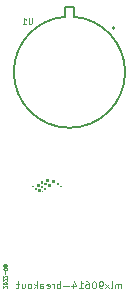
<source format=gbr>
G04 #@! TF.GenerationSoftware,KiCad,Pcbnew,(6.0.7)*
G04 #@! TF.CreationDate,2022-08-12T15:34:28-07:00*
G04 #@! TF.ProjectId,mlx90614-breakout,6d6c7839-3036-4313-942d-627265616b6f,rev?*
G04 #@! TF.SameCoordinates,Original*
G04 #@! TF.FileFunction,Legend,Bot*
G04 #@! TF.FilePolarity,Positive*
%FSLAX46Y46*%
G04 Gerber Fmt 4.6, Leading zero omitted, Abs format (unit mm)*
G04 Created by KiCad (PCBNEW (6.0.7)) date 2022-08-12 15:34:28*
%MOMM*%
%LPD*%
G01*
G04 APERTURE LIST*
%ADD10C,0.100000*%
%ADD11C,0.050000*%
%ADD12C,0.075000*%
%ADD13C,0.010000*%
%ADD14C,0.127000*%
%ADD15C,0.200000*%
G04 APERTURE END LIST*
D10*
X115349999Y-82755429D02*
X115349999Y-82355429D01*
X115349999Y-82412572D02*
X115321427Y-82384001D01*
X115264284Y-82355429D01*
X115178570Y-82355429D01*
X115121427Y-82384001D01*
X115092856Y-82441143D01*
X115092856Y-82755429D01*
X115092856Y-82441143D02*
X115064284Y-82384001D01*
X115007141Y-82355429D01*
X114921427Y-82355429D01*
X114864284Y-82384001D01*
X114835713Y-82441143D01*
X114835713Y-82755429D01*
X114464284Y-82755429D02*
X114521427Y-82726858D01*
X114549999Y-82669715D01*
X114549999Y-82155429D01*
X114292856Y-82755429D02*
X113978570Y-82355429D01*
X114292856Y-82355429D02*
X113978570Y-82755429D01*
X113721427Y-82755429D02*
X113607141Y-82755429D01*
X113549999Y-82726858D01*
X113521427Y-82698286D01*
X113464284Y-82612572D01*
X113435713Y-82498286D01*
X113435713Y-82269715D01*
X113464284Y-82212572D01*
X113492856Y-82184001D01*
X113549999Y-82155429D01*
X113664284Y-82155429D01*
X113721427Y-82184001D01*
X113749999Y-82212572D01*
X113778570Y-82269715D01*
X113778570Y-82412572D01*
X113749999Y-82469715D01*
X113721427Y-82498286D01*
X113664284Y-82526858D01*
X113549999Y-82526858D01*
X113492856Y-82498286D01*
X113464284Y-82469715D01*
X113435713Y-82412572D01*
X113064284Y-82155429D02*
X113007141Y-82155429D01*
X112949999Y-82184001D01*
X112921427Y-82212572D01*
X112892856Y-82269715D01*
X112864284Y-82384001D01*
X112864284Y-82526858D01*
X112892856Y-82641143D01*
X112921427Y-82698286D01*
X112949999Y-82726858D01*
X113007141Y-82755429D01*
X113064284Y-82755429D01*
X113121427Y-82726858D01*
X113149999Y-82698286D01*
X113178570Y-82641143D01*
X113207141Y-82526858D01*
X113207141Y-82384001D01*
X113178570Y-82269715D01*
X113149999Y-82212572D01*
X113121427Y-82184001D01*
X113064284Y-82155429D01*
X112349999Y-82155429D02*
X112464284Y-82155429D01*
X112521427Y-82184001D01*
X112549999Y-82212572D01*
X112607141Y-82298286D01*
X112635713Y-82412572D01*
X112635713Y-82641143D01*
X112607141Y-82698286D01*
X112578570Y-82726858D01*
X112521427Y-82755429D01*
X112407141Y-82755429D01*
X112349999Y-82726858D01*
X112321427Y-82698286D01*
X112292856Y-82641143D01*
X112292856Y-82498286D01*
X112321427Y-82441143D01*
X112349999Y-82412572D01*
X112407141Y-82384001D01*
X112521427Y-82384001D01*
X112578570Y-82412572D01*
X112607141Y-82441143D01*
X112635713Y-82498286D01*
X111721427Y-82755429D02*
X112064284Y-82755429D01*
X111892856Y-82755429D02*
X111892856Y-82155429D01*
X111949999Y-82241143D01*
X112007141Y-82298286D01*
X112064284Y-82326858D01*
X111207141Y-82355429D02*
X111207141Y-82755429D01*
X111349999Y-82126858D02*
X111492856Y-82555429D01*
X111121427Y-82555429D01*
X110892856Y-82526858D02*
X110435713Y-82526858D01*
X110149999Y-82755429D02*
X110149999Y-82155429D01*
X110149999Y-82384001D02*
X110092856Y-82355429D01*
X109978570Y-82355429D01*
X109921427Y-82384001D01*
X109892856Y-82412572D01*
X109864284Y-82469715D01*
X109864284Y-82641143D01*
X109892856Y-82698286D01*
X109921427Y-82726858D01*
X109978570Y-82755429D01*
X110092856Y-82755429D01*
X110149999Y-82726858D01*
X109607141Y-82755429D02*
X109607141Y-82355429D01*
X109607141Y-82469715D02*
X109578570Y-82412572D01*
X109549999Y-82384001D01*
X109492856Y-82355429D01*
X109435713Y-82355429D01*
X109007141Y-82726858D02*
X109064284Y-82755429D01*
X109178570Y-82755429D01*
X109235713Y-82726858D01*
X109264284Y-82669715D01*
X109264284Y-82441143D01*
X109235713Y-82384001D01*
X109178570Y-82355429D01*
X109064284Y-82355429D01*
X109007141Y-82384001D01*
X108978570Y-82441143D01*
X108978570Y-82498286D01*
X109264284Y-82555429D01*
X108464284Y-82755429D02*
X108464284Y-82441143D01*
X108492856Y-82384001D01*
X108549999Y-82355429D01*
X108664284Y-82355429D01*
X108721427Y-82384001D01*
X108464284Y-82726858D02*
X108521427Y-82755429D01*
X108664284Y-82755429D01*
X108721427Y-82726858D01*
X108749999Y-82669715D01*
X108749999Y-82612572D01*
X108721427Y-82555429D01*
X108664284Y-82526858D01*
X108521427Y-82526858D01*
X108464284Y-82498286D01*
X108178570Y-82755429D02*
X108178570Y-82155429D01*
X108121427Y-82526858D02*
X107949999Y-82755429D01*
X107949999Y-82355429D02*
X108178570Y-82584001D01*
X107607141Y-82755429D02*
X107664284Y-82726858D01*
X107692856Y-82698286D01*
X107721427Y-82641143D01*
X107721427Y-82469715D01*
X107692856Y-82412572D01*
X107664284Y-82384001D01*
X107607141Y-82355429D01*
X107521427Y-82355429D01*
X107464284Y-82384001D01*
X107435713Y-82412572D01*
X107407141Y-82469715D01*
X107407141Y-82641143D01*
X107435713Y-82698286D01*
X107464284Y-82726858D01*
X107521427Y-82755429D01*
X107607141Y-82755429D01*
X106892856Y-82355429D02*
X106892856Y-82755429D01*
X107149999Y-82355429D02*
X107149999Y-82669715D01*
X107121427Y-82726858D01*
X107064284Y-82755429D01*
X106978570Y-82755429D01*
X106921427Y-82726858D01*
X106892856Y-82698286D01*
X106692856Y-82355429D02*
X106464284Y-82355429D01*
X106607141Y-82155429D02*
X106607141Y-82669715D01*
X106578570Y-82726858D01*
X106521427Y-82755429D01*
X106464284Y-82755429D01*
D11*
X105624713Y-82707715D02*
X105638999Y-82693429D01*
X105653284Y-82664858D01*
X105653284Y-82593429D01*
X105638999Y-82564858D01*
X105624713Y-82550572D01*
X105596141Y-82536286D01*
X105567570Y-82536286D01*
X105524713Y-82550572D01*
X105353284Y-82722001D01*
X105353284Y-82536286D01*
X105653284Y-82350572D02*
X105653284Y-82322001D01*
X105638999Y-82293429D01*
X105624713Y-82279143D01*
X105596141Y-82264858D01*
X105538999Y-82250572D01*
X105467570Y-82250572D01*
X105410427Y-82264858D01*
X105381856Y-82279143D01*
X105367570Y-82293429D01*
X105353284Y-82322001D01*
X105353284Y-82350572D01*
X105367570Y-82379143D01*
X105381856Y-82393429D01*
X105410427Y-82407715D01*
X105467570Y-82422001D01*
X105538999Y-82422001D01*
X105596141Y-82407715D01*
X105624713Y-82393429D01*
X105638999Y-82379143D01*
X105653284Y-82350572D01*
X105624713Y-82136286D02*
X105638999Y-82122001D01*
X105653284Y-82093429D01*
X105653284Y-82022001D01*
X105638999Y-81993429D01*
X105624713Y-81979143D01*
X105596141Y-81964858D01*
X105567570Y-81964858D01*
X105524713Y-81979143D01*
X105353284Y-82150572D01*
X105353284Y-81964858D01*
X105624713Y-81850572D02*
X105638999Y-81836286D01*
X105653284Y-81807715D01*
X105653284Y-81736286D01*
X105638999Y-81707715D01*
X105624713Y-81693429D01*
X105596141Y-81679143D01*
X105567570Y-81679143D01*
X105524713Y-81693429D01*
X105353284Y-81864858D01*
X105353284Y-81679143D01*
X105467570Y-81550572D02*
X105467570Y-81322001D01*
X105653284Y-81122001D02*
X105653284Y-81093429D01*
X105638999Y-81064858D01*
X105624713Y-81050572D01*
X105596141Y-81036286D01*
X105538999Y-81022001D01*
X105467570Y-81022001D01*
X105410427Y-81036286D01*
X105381856Y-81050572D01*
X105367570Y-81064858D01*
X105353284Y-81093429D01*
X105353284Y-81122001D01*
X105367570Y-81150572D01*
X105381856Y-81164858D01*
X105410427Y-81179143D01*
X105467570Y-81193429D01*
X105538999Y-81193429D01*
X105596141Y-81179143D01*
X105624713Y-81164858D01*
X105638999Y-81150572D01*
X105653284Y-81122001D01*
X105524713Y-80850572D02*
X105538999Y-80879143D01*
X105553284Y-80893429D01*
X105581856Y-80907715D01*
X105596141Y-80907715D01*
X105624713Y-80893429D01*
X105638999Y-80879143D01*
X105653284Y-80850572D01*
X105653284Y-80793429D01*
X105638999Y-80764858D01*
X105624713Y-80750572D01*
X105596141Y-80736286D01*
X105581856Y-80736286D01*
X105553284Y-80750572D01*
X105538999Y-80764858D01*
X105524713Y-80793429D01*
X105524713Y-80850572D01*
X105510427Y-80879143D01*
X105496141Y-80893429D01*
X105467570Y-80907715D01*
X105410427Y-80907715D01*
X105381856Y-80893429D01*
X105367570Y-80879143D01*
X105353284Y-80850572D01*
X105353284Y-80793429D01*
X105367570Y-80764858D01*
X105381856Y-80750572D01*
X105410427Y-80736286D01*
X105467570Y-80736286D01*
X105496141Y-80750572D01*
X105510427Y-80764858D01*
X105524713Y-80793429D01*
D12*
X107774951Y-59858191D02*
X107774951Y-60262953D01*
X107751141Y-60310572D01*
X107727332Y-60334381D01*
X107679713Y-60358191D01*
X107584475Y-60358191D01*
X107536856Y-60334381D01*
X107513046Y-60310572D01*
X107489237Y-60262953D01*
X107489237Y-59858191D01*
X106989237Y-60358191D02*
X107274951Y-60358191D01*
X107132094Y-60358191D02*
X107132094Y-59858191D01*
X107179713Y-59929620D01*
X107227332Y-59977239D01*
X107274951Y-60001048D01*
G36*
X108968514Y-73869591D02*
G01*
X108969920Y-73944521D01*
X108816977Y-73944521D01*
X108819789Y-73794661D01*
X108967109Y-73794661D01*
X108968514Y-73869591D01*
G37*
D13*
X108968514Y-73869591D02*
X108969920Y-73944521D01*
X108816977Y-73944521D01*
X108819789Y-73794661D01*
X108967109Y-73794661D01*
X108968514Y-73869591D01*
G36*
X110249809Y-74132481D02*
G01*
X110173609Y-74132481D01*
X110173609Y-74056281D01*
X110249809Y-74056281D01*
X110249809Y-74132481D01*
G37*
X110249809Y-74132481D02*
X110173609Y-74132481D01*
X110173609Y-74056281D01*
X110249809Y-74056281D01*
X110249809Y-74132481D01*
G36*
X109965329Y-73929281D02*
G01*
X109853569Y-73929281D01*
X109853569Y-73817521D01*
X109965329Y-73817521D01*
X109965329Y-73929281D01*
G37*
X109965329Y-73929281D02*
X109853569Y-73929281D01*
X109853569Y-73817521D01*
X109965329Y-73817521D01*
X109965329Y-73929281D01*
G36*
X108344809Y-74061361D02*
G01*
X108238129Y-74061361D01*
X108238129Y-73959761D01*
X108344809Y-73959761D01*
X108344809Y-74061361D01*
G37*
X108344809Y-74061361D02*
X108238129Y-74061361D01*
X108238129Y-73959761D01*
X108344809Y-73959761D01*
X108344809Y-74061361D01*
G36*
X109299849Y-74076601D02*
G01*
X109122049Y-74076601D01*
X109122049Y-73898801D01*
X109299849Y-73898801D01*
X109299849Y-74076601D01*
G37*
X109299849Y-74076601D02*
X109122049Y-74076601D01*
X109122049Y-73898801D01*
X109299849Y-73898801D01*
X109299849Y-74076601D01*
G36*
X108633250Y-73734971D02*
G01*
X108631829Y-73799741D01*
X108567059Y-73801162D01*
X108502289Y-73802584D01*
X108502289Y-73670201D01*
X108634672Y-73670201D01*
X108633250Y-73734971D01*
G37*
X108633250Y-73734971D02*
X108631829Y-73799741D01*
X108567059Y-73801162D01*
X108502289Y-73802584D01*
X108502289Y-73670201D01*
X108634672Y-73670201D01*
X108633250Y-73734971D01*
G36*
X108664849Y-74518561D02*
G01*
X108619129Y-74518561D01*
X108619129Y-74472841D01*
X108664849Y-74472841D01*
X108664849Y-74518561D01*
G37*
X108664849Y-74518561D02*
X108619129Y-74518561D01*
X108619129Y-74472841D01*
X108664849Y-74472841D01*
X108664849Y-74518561D01*
G36*
X107841889Y-74112161D02*
G01*
X107780929Y-74112161D01*
X107780929Y-74051201D01*
X107841889Y-74051201D01*
X107841889Y-74112161D01*
G37*
X107841889Y-74112161D02*
X107780929Y-74112161D01*
X107780929Y-74051201D01*
X107841889Y-74051201D01*
X107841889Y-74112161D01*
G36*
X108116209Y-74310281D02*
G01*
X108040009Y-74310281D01*
X108040009Y-74234081D01*
X108116209Y-74234081D01*
X108116209Y-74310281D01*
G37*
X108116209Y-74310281D02*
X108040009Y-74310281D01*
X108040009Y-74234081D01*
X108116209Y-74234081D01*
X108116209Y-74310281D01*
G36*
X108918849Y-74315361D02*
G01*
X108827409Y-74315361D01*
X108827409Y-74218841D01*
X108918849Y-74218841D01*
X108918849Y-74315361D01*
G37*
X108918849Y-74315361D02*
X108827409Y-74315361D01*
X108827409Y-74218841D01*
X108918849Y-74218841D01*
X108918849Y-74315361D01*
G36*
X109639056Y-73694213D02*
G01*
X109637669Y-73784501D01*
X109549925Y-73785891D01*
X109516550Y-73786255D01*
X109492114Y-73786087D01*
X109475408Y-73785317D01*
X109465223Y-73783873D01*
X109460348Y-73781686D01*
X109459624Y-73780616D01*
X109458847Y-73773494D01*
X109458337Y-73758072D01*
X109458118Y-73736211D01*
X109458214Y-73709766D01*
X109458468Y-73690325D01*
X109459869Y-73606701D01*
X109550156Y-73605313D01*
X109640444Y-73603925D01*
X109639056Y-73694213D01*
G37*
X109639056Y-73694213D02*
X109637669Y-73784501D01*
X109549925Y-73785891D01*
X109516550Y-73786255D01*
X109492114Y-73786087D01*
X109475408Y-73785317D01*
X109465223Y-73783873D01*
X109460348Y-73781686D01*
X109459624Y-73780616D01*
X109458847Y-73773494D01*
X109458337Y-73758072D01*
X109458118Y-73736211D01*
X109458214Y-73709766D01*
X109458468Y-73690325D01*
X109459869Y-73606701D01*
X109550156Y-73605313D01*
X109640444Y-73603925D01*
X109639056Y-73694213D01*
G36*
X108629289Y-74198521D02*
G01*
X108517529Y-74198521D01*
X108517529Y-74081681D01*
X108629289Y-74081681D01*
X108629289Y-74198521D01*
G37*
X108629289Y-74198521D02*
X108517529Y-74198521D01*
X108517529Y-74081681D01*
X108629289Y-74081681D01*
X108629289Y-74198521D01*
G36*
X109167769Y-73634641D02*
G01*
X108989969Y-73634641D01*
X108989969Y-73456841D01*
X109167769Y-73456841D01*
X109167769Y-73634641D01*
G37*
X109167769Y-73634641D02*
X108989969Y-73634641D01*
X108989969Y-73456841D01*
X109167769Y-73456841D01*
X109167769Y-73634641D01*
G36*
X108426089Y-74472841D02*
G01*
X108324489Y-74472841D01*
X108324489Y-74371241D01*
X108426089Y-74371241D01*
X108426089Y-74472841D01*
G37*
X108426089Y-74472841D02*
X108324489Y-74472841D01*
X108324489Y-74371241D01*
X108426089Y-74371241D01*
X108426089Y-74472841D01*
D14*
X110550003Y-59760002D02*
X110549996Y-58960003D01*
X110549996Y-58960003D02*
X111350002Y-58960003D01*
X111350002Y-58960003D02*
X111349995Y-59760002D01*
X115659995Y-64450001D02*
G75*
G03*
X111349994Y-59760003I-4711832J-4670D01*
G01*
X106240003Y-64450001D02*
G75*
G03*
X110949999Y-69159997I4709996J0D01*
G01*
X110949999Y-69159997D02*
G75*
G03*
X115659995Y-64450001I1J4709995D01*
G01*
X110550003Y-59760001D02*
G75*
G03*
X106240002Y-64450000I401465J-4694332D01*
G01*
D15*
X114783523Y-60716477D02*
G75*
G03*
X114783523Y-60716477I-100000J0D01*
G01*
M02*

</source>
